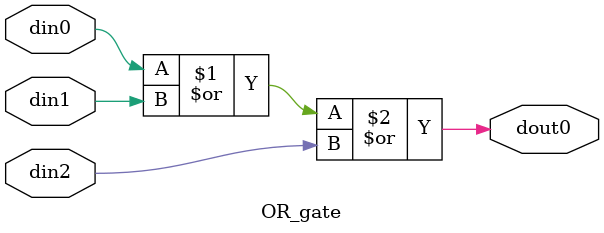
<source format=v>
`timescale 1ns/1ps

module OR_gate (
    din0,
    din1,
    din2,
    dout0
);

  input din0;
  input din1;
  input din2;
  output dout0;

  assign dout0 = din0 | din1 | din2;

endmodule
</source>
